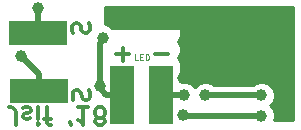
<source format=gbr>
G04 #@! TF.FileFunction,Copper,L2,Bot,Signal*
%FSLAX46Y46*%
G04 Gerber Fmt 4.6, Leading zero omitted, Abs format (unit mm)*
G04 Created by KiCad (PCBNEW 4.0.2-stable) date 3/28/2018 10:44:59 PM*
%MOMM*%
G01*
G04 APERTURE LIST*
%ADD10C,0.100000*%
%ADD11C,0.300000*%
%ADD12C,0.120000*%
%ADD13R,5.000000X2.000000*%
%ADD14R,2.000000X5.000000*%
%ADD15C,1.000000*%
%ADD16C,0.500000*%
%ADD17C,0.254000*%
G04 APERTURE END LIST*
D10*
D11*
X190850486Y-121738129D02*
X190850486Y-120666700D01*
X190779058Y-120452414D01*
X190636201Y-120309557D01*
X190421915Y-120238129D01*
X190279058Y-120238129D01*
X191493343Y-120309557D02*
X191636200Y-120238129D01*
X191921915Y-120238129D01*
X192064772Y-120309557D01*
X192136200Y-120452414D01*
X192136200Y-120523843D01*
X192064772Y-120666700D01*
X191921915Y-120738129D01*
X191707629Y-120738129D01*
X191564772Y-120809557D01*
X191493343Y-120952414D01*
X191493343Y-121023843D01*
X191564772Y-121166700D01*
X191707629Y-121238129D01*
X191921915Y-121238129D01*
X192064772Y-121166700D01*
X192779058Y-120238129D02*
X192779058Y-121238129D01*
X192779058Y-121738129D02*
X192707629Y-121666700D01*
X192779058Y-121595271D01*
X192850486Y-121666700D01*
X192779058Y-121738129D01*
X192779058Y-121595271D01*
X193279058Y-121238129D02*
X193850487Y-121238129D01*
X193493344Y-120238129D02*
X193493344Y-121523843D01*
X193564772Y-121666700D01*
X193707630Y-121738129D01*
X193850487Y-121738129D01*
X195564772Y-121738129D02*
X195421915Y-121452414D01*
X196993344Y-120238129D02*
X196136201Y-120238129D01*
X196564773Y-120238129D02*
X196564773Y-121738129D01*
X196421916Y-121523843D01*
X196279058Y-121380986D01*
X196136201Y-121309557D01*
X197850487Y-121095271D02*
X197707629Y-121166700D01*
X197636201Y-121238129D01*
X197564772Y-121380986D01*
X197564772Y-121452414D01*
X197636201Y-121595271D01*
X197707629Y-121666700D01*
X197850487Y-121738129D01*
X198136201Y-121738129D01*
X198279058Y-121666700D01*
X198350487Y-121595271D01*
X198421915Y-121452414D01*
X198421915Y-121380986D01*
X198350487Y-121238129D01*
X198279058Y-121166700D01*
X198136201Y-121095271D01*
X197850487Y-121095271D01*
X197707629Y-121023843D01*
X197636201Y-120952414D01*
X197564772Y-120809557D01*
X197564772Y-120523843D01*
X197636201Y-120380986D01*
X197707629Y-120309557D01*
X197850487Y-120238129D01*
X198136201Y-120238129D01*
X198279058Y-120309557D01*
X198350487Y-120380986D01*
X198421915Y-120523843D01*
X198421915Y-120809557D01*
X198350487Y-120952414D01*
X198279058Y-121023843D01*
X198136201Y-121095271D01*
D12*
X201227572Y-116227990D02*
X200989477Y-116227990D01*
X200989477Y-115727990D01*
X201394239Y-115966086D02*
X201560905Y-115966086D01*
X201632334Y-116227990D02*
X201394239Y-116227990D01*
X201394239Y-115727990D01*
X201632334Y-115727990D01*
X201846620Y-116227990D02*
X201846620Y-115727990D01*
X201965667Y-115727990D01*
X202037096Y-115751800D01*
X202084715Y-115799419D01*
X202108524Y-115847038D01*
X202132334Y-115942276D01*
X202132334Y-116013705D01*
X202108524Y-116108943D01*
X202084715Y-116156562D01*
X202037096Y-116204181D01*
X201965667Y-116227990D01*
X201846620Y-116227990D01*
D11*
X197063443Y-113096729D02*
X197134871Y-113311015D01*
X197134871Y-113668158D01*
X197063443Y-113811015D01*
X196992014Y-113882444D01*
X196849157Y-113953872D01*
X196706300Y-113953872D01*
X196563443Y-113882444D01*
X196492014Y-113811015D01*
X196420586Y-113668158D01*
X196349157Y-113382444D01*
X196277729Y-113239586D01*
X196206300Y-113168158D01*
X196063443Y-113096729D01*
X195920586Y-113096729D01*
X195777729Y-113168158D01*
X195706300Y-113239586D01*
X195634871Y-113382444D01*
X195634871Y-113739586D01*
X195706300Y-113953872D01*
X197088843Y-118773629D02*
X197160271Y-118987915D01*
X197160271Y-119345058D01*
X197088843Y-119487915D01*
X197017414Y-119559344D01*
X196874557Y-119630772D01*
X196731700Y-119630772D01*
X196588843Y-119559344D01*
X196517414Y-119487915D01*
X196445986Y-119345058D01*
X196374557Y-119059344D01*
X196303129Y-118916486D01*
X196231700Y-118845058D01*
X196088843Y-118773629D01*
X195945986Y-118773629D01*
X195803129Y-118845058D01*
X195731700Y-118916486D01*
X195660271Y-119059344D01*
X195660271Y-119416486D01*
X195731700Y-119630772D01*
X203746028Y-115753343D02*
X202603171Y-115753343D01*
X200469428Y-115753343D02*
X199326571Y-115753343D01*
X199898000Y-116324771D02*
X199898000Y-115181914D01*
D13*
X192786000Y-118821200D03*
X192760600Y-113944400D03*
D14*
X199847200Y-119202200D03*
X203174600Y-119202200D03*
D15*
X197993000Y-118465600D03*
X198272400Y-114350800D03*
X205054200Y-120853200D03*
X211632800Y-120929400D03*
X211632800Y-119202200D03*
X206908400Y-119202200D03*
X192760600Y-111861600D03*
X205054200Y-116052600D03*
X205054200Y-117754400D03*
X205054200Y-112750600D03*
X205054200Y-114731800D03*
X191262000Y-115900200D03*
X205130400Y-119202200D03*
D16*
X197993000Y-118465600D02*
X197993000Y-118618000D01*
X198475600Y-119202200D02*
X199847200Y-119202200D01*
X197993000Y-118618000D02*
X198475600Y-119202200D01*
X197993000Y-114782600D02*
X197993000Y-118465600D01*
X198272400Y-114350800D02*
X197993000Y-114782600D01*
X205054200Y-120929400D02*
X205054200Y-120853200D01*
X206603600Y-120929400D02*
X205054200Y-120929400D01*
X211632800Y-120929400D02*
X206603600Y-120929400D01*
X206908400Y-119202200D02*
X211632800Y-119202200D01*
X192760600Y-113944400D02*
X192760600Y-111861600D01*
X205054200Y-116052600D02*
X205054200Y-116636800D01*
X205054200Y-116636800D02*
X205054200Y-117754400D01*
X205054200Y-112750600D02*
X205054200Y-114731800D01*
X192786000Y-117424200D02*
X192786000Y-118821200D01*
X191262000Y-115900200D02*
X192786000Y-117424200D01*
X205130400Y-119202200D02*
X203174600Y-119202200D01*
D17*
G36*
X214290000Y-121290000D02*
X212712026Y-121290000D01*
X212767603Y-121156156D01*
X212767997Y-120704625D01*
X212595567Y-120287314D01*
X212374333Y-120065694D01*
X212594445Y-119845965D01*
X212767603Y-119428956D01*
X212767997Y-118977425D01*
X212595567Y-118560114D01*
X212276565Y-118240555D01*
X211859556Y-118067397D01*
X211408025Y-118067003D01*
X210990714Y-118239433D01*
X210912811Y-118317200D01*
X207628676Y-118317200D01*
X207552165Y-118240555D01*
X207135156Y-118067397D01*
X206683625Y-118067003D01*
X206266314Y-118239433D01*
X206019249Y-118486067D01*
X205774165Y-118240555D01*
X205357156Y-118067397D01*
X204905625Y-118067003D01*
X204822040Y-118101540D01*
X204822040Y-117481200D01*
X204888172Y-117481200D01*
X204888172Y-113511200D01*
X199037997Y-113511200D01*
X198916165Y-113389155D01*
X198499156Y-113215997D01*
X198404535Y-113215915D01*
X198401049Y-111710000D01*
X214290000Y-111710000D01*
X214290000Y-121290000D01*
X214290000Y-121290000D01*
G37*
X214290000Y-121290000D02*
X212712026Y-121290000D01*
X212767603Y-121156156D01*
X212767997Y-120704625D01*
X212595567Y-120287314D01*
X212374333Y-120065694D01*
X212594445Y-119845965D01*
X212767603Y-119428956D01*
X212767997Y-118977425D01*
X212595567Y-118560114D01*
X212276565Y-118240555D01*
X211859556Y-118067397D01*
X211408025Y-118067003D01*
X210990714Y-118239433D01*
X210912811Y-118317200D01*
X207628676Y-118317200D01*
X207552165Y-118240555D01*
X207135156Y-118067397D01*
X206683625Y-118067003D01*
X206266314Y-118239433D01*
X206019249Y-118486067D01*
X205774165Y-118240555D01*
X205357156Y-118067397D01*
X204905625Y-118067003D01*
X204822040Y-118101540D01*
X204822040Y-117481200D01*
X204888172Y-117481200D01*
X204888172Y-113511200D01*
X199037997Y-113511200D01*
X198916165Y-113389155D01*
X198499156Y-113215997D01*
X198404535Y-113215915D01*
X198401049Y-111710000D01*
X214290000Y-111710000D01*
X214290000Y-121290000D01*
M02*

</source>
